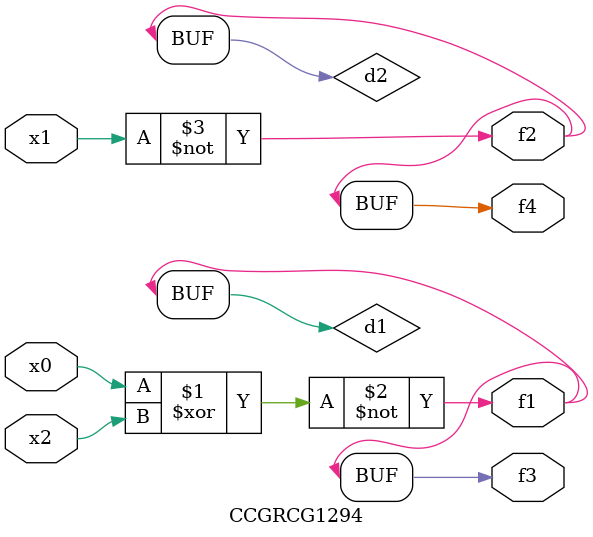
<source format=v>
module CCGRCG1294(
	input x0, x1, x2,
	output f1, f2, f3, f4
);

	wire d1, d2, d3;

	xnor (d1, x0, x2);
	nand (d2, x1);
	nor (d3, x1, x2);
	assign f1 = d1;
	assign f2 = d2;
	assign f3 = d1;
	assign f4 = d2;
endmodule

</source>
